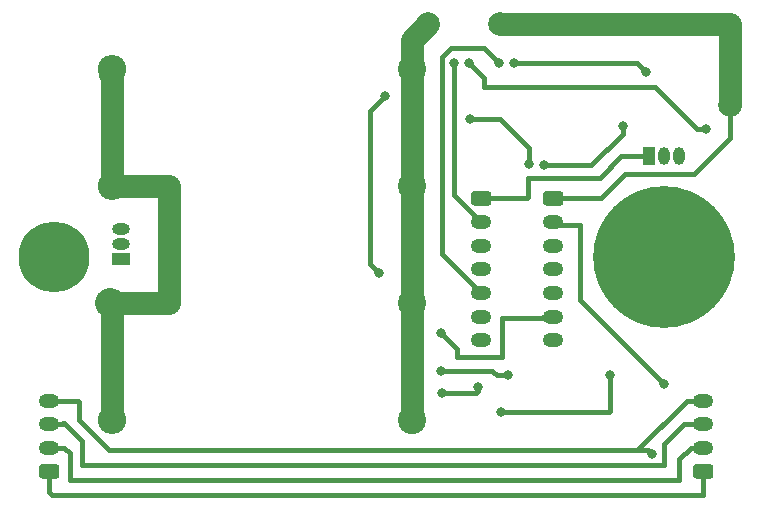
<source format=gbr>
%TF.GenerationSoftware,KiCad,Pcbnew,(5.1.9)-1*%
%TF.CreationDate,2021-03-01T17:33:47+01:00*%
%TF.ProjectId,mod_cell_0_02,6d6f645f-6365-46c6-9c5f-305f30322e6b,0.02*%
%TF.SameCoordinates,Original*%
%TF.FileFunction,Copper,L2,Bot*%
%TF.FilePolarity,Positive*%
%FSLAX46Y46*%
G04 Gerber Fmt 4.6, Leading zero omitted, Abs format (unit mm)*
G04 Created by KiCad (PCBNEW (5.1.9)-1) date 2021-03-01 17:33:47*
%MOMM*%
%LPD*%
G01*
G04 APERTURE LIST*
%TA.AperFunction,ComponentPad*%
%ADD10C,2.400000*%
%TD*%
%TA.AperFunction,ComponentPad*%
%ADD11O,2.400000X2.400000*%
%TD*%
%TA.AperFunction,ComponentPad*%
%ADD12C,0.800000*%
%TD*%
%TA.AperFunction,ComponentPad*%
%ADD13C,12.000000*%
%TD*%
%TA.AperFunction,ComponentPad*%
%ADD14C,6.000000*%
%TD*%
%TA.AperFunction,ComponentPad*%
%ADD15O,1.750000X1.200000*%
%TD*%
%TA.AperFunction,ComponentPad*%
%ADD16O,1.000000X1.500000*%
%TD*%
%TA.AperFunction,ComponentPad*%
%ADD17R,1.000000X1.500000*%
%TD*%
%TA.AperFunction,ComponentPad*%
%ADD18R,1.500000X1.000000*%
%TD*%
%TA.AperFunction,ComponentPad*%
%ADD19O,1.500000X1.000000*%
%TD*%
%TA.AperFunction,ViaPad*%
%ADD20C,0.800000*%
%TD*%
%TA.AperFunction,ViaPad*%
%ADD21C,2.000000*%
%TD*%
%TA.AperFunction,Conductor*%
%ADD22C,0.406400*%
%TD*%
%TA.AperFunction,Conductor*%
%ADD23C,1.905000*%
%TD*%
%TA.AperFunction,Conductor*%
%ADD24C,1.270000*%
%TD*%
%TA.AperFunction,Conductor*%
%ADD25C,2.540000*%
%TD*%
G04 APERTURE END LIST*
D10*
%TO.P,R12,1*%
%TO.N,Net-(Q2-Pad3)*%
X152146000Y-102100380D03*
D11*
%TO.P,R12,2*%
%TO.N,Net-(D3-Pad1)*%
X126746000Y-102100380D03*
%TD*%
D12*
%TO.P,J3,*%
%TO.N,*%
X176482000Y-95450000D03*
X170232000Y-95450000D03*
X170232000Y-100700000D03*
X177232000Y-94700000D03*
X169482000Y-101450000D03*
X169482000Y-94700000D03*
X177232000Y-101450000D03*
X176482000Y-100700000D03*
X169482000Y-98200000D03*
X173482000Y-93200000D03*
X173482000Y-94200000D03*
X173482000Y-103200000D03*
X173482000Y-102200000D03*
X178482000Y-98200000D03*
X177482000Y-98200000D03*
X168482000Y-98200000D03*
D13*
%TO.P,J3,1*%
%TO.N,+BATT*%
X173482000Y-98200000D03*
%TD*%
D14*
%TO.P,J6,1*%
%TO.N,-BATT*%
X121787920Y-98200000D03*
%TD*%
%TO.P,J5,1*%
%TO.N,vcc_tiny*%
%TA.AperFunction,ComponentPad*%
G36*
G01*
X157362999Y-92618000D02*
X158613001Y-92618000D01*
G75*
G02*
X158863000Y-92867999I0J-249999D01*
G01*
X158863000Y-93568001D01*
G75*
G02*
X158613001Y-93818000I-249999J0D01*
G01*
X157362999Y-93818000D01*
G75*
G02*
X157113000Y-93568001I0J249999D01*
G01*
X157113000Y-92867999D01*
G75*
G02*
X157362999Y-92618000I249999J0D01*
G01*
G37*
%TD.AperFunction*%
D15*
%TO.P,J5,2*%
%TO.N,sda_tiny*%
X157988000Y-95218000D03*
%TO.P,J5,3*%
%TO.N,scl_tiny*%
X157988000Y-97218000D03*
%TO.P,J5,4*%
%TO.N,spr_tiny*%
X157988000Y-99218000D03*
%TO.P,J5,5*%
%TO.N,rst_tiny*%
X157988000Y-101218000D03*
%TO.P,J5,6*%
%TO.N,msf_tiny*%
X157988000Y-103218000D03*
%TO.P,J5,7*%
%TO.N,gnd_tiny*%
X157988000Y-105218000D03*
%TD*%
%TO.P,J2,4*%
%TO.N,Net-(C1-Pad2)*%
X176784000Y-110332000D03*
%TO.P,J2,3*%
%TO.N,Net-(IC1-Pad6)*%
X176784000Y-112332000D03*
%TO.P,J2,2*%
%TO.N,Net-(IC1-Pad7)*%
X176784000Y-114332000D03*
%TO.P,J2,1*%
%TO.N,Net-(C1-Pad1)*%
%TA.AperFunction,ComponentPad*%
G36*
G01*
X177409001Y-116932000D02*
X176158999Y-116932000D01*
G75*
G02*
X175909000Y-116682001I0J249999D01*
G01*
X175909000Y-115981999D01*
G75*
G02*
X176158999Y-115732000I249999J0D01*
G01*
X177409001Y-115732000D01*
G75*
G02*
X177659000Y-115981999I0J-249999D01*
G01*
X177659000Y-116682001D01*
G75*
G02*
X177409001Y-116932000I-249999J0D01*
G01*
G37*
%TD.AperFunction*%
%TD*%
%TO.P,J1,4*%
%TO.N,Net-(C1-Pad2)*%
X121412000Y-110332000D03*
%TO.P,J1,3*%
%TO.N,Net-(IC1-Pad6)*%
X121412000Y-112332000D03*
%TO.P,J1,2*%
%TO.N,Net-(IC1-Pad7)*%
X121412000Y-114332000D03*
%TO.P,J1,1*%
%TO.N,Net-(C1-Pad1)*%
%TA.AperFunction,ComponentPad*%
G36*
G01*
X122037001Y-116932000D02*
X120786999Y-116932000D01*
G75*
G02*
X120537000Y-116682001I0J249999D01*
G01*
X120537000Y-115981999D01*
G75*
G02*
X120786999Y-115732000I249999J0D01*
G01*
X122037001Y-115732000D01*
G75*
G02*
X122287000Y-115981999I0J-249999D01*
G01*
X122287000Y-116682001D01*
G75*
G02*
X122037001Y-116932000I-249999J0D01*
G01*
G37*
%TD.AperFunction*%
%TD*%
%TO.P,J4,7*%
%TO.N,-BATT*%
X164084000Y-105218000D03*
%TO.P,J4,6*%
%TO.N,msf_cel*%
X164084000Y-103218000D03*
%TO.P,J4,5*%
%TO.N,Net-(J4-Pad5)*%
X164084000Y-101218000D03*
%TO.P,J4,4*%
%TO.N,Net-(J4-Pad4)*%
X164084000Y-99218000D03*
%TO.P,J4,3*%
%TO.N,scl_cel*%
X164084000Y-97218000D03*
%TO.P,J4,2*%
%TO.N,sda_cel*%
X164084000Y-95218000D03*
%TO.P,J4,1*%
%TO.N,Net-(C2-Pad1)*%
%TA.AperFunction,ComponentPad*%
G36*
G01*
X163458999Y-92618000D02*
X164709001Y-92618000D01*
G75*
G02*
X164959000Y-92867999I0J-249999D01*
G01*
X164959000Y-93568001D01*
G75*
G02*
X164709001Y-93818000I-249999J0D01*
G01*
X163458999Y-93818000D01*
G75*
G02*
X163209000Y-93568001I0J249999D01*
G01*
X163209000Y-92867999D01*
G75*
G02*
X163458999Y-92618000I249999J0D01*
G01*
G37*
%TD.AperFunction*%
%TD*%
D11*
%TO.P,R10,2*%
%TO.N,Net-(D3-Pad1)*%
X126746000Y-82296000D03*
D10*
%TO.P,R10,1*%
%TO.N,Net-(Q2-Pad3)*%
X152146000Y-82296000D03*
%TD*%
%TO.P,R11,1*%
%TO.N,Net-(Q2-Pad3)*%
X152146000Y-92202000D03*
D11*
%TO.P,R11,2*%
%TO.N,Net-(D3-Pad1)*%
X126746000Y-92202000D03*
%TD*%
%TO.P,R13,2*%
%TO.N,Net-(D3-Pad1)*%
X126746000Y-112014000D03*
D10*
%TO.P,R13,1*%
%TO.N,Net-(Q2-Pad3)*%
X152146000Y-112014000D03*
%TD*%
D16*
%TO.P,U1,2*%
%TO.N,Net-(U1-Pad2)*%
X173482000Y-89662000D03*
%TO.P,U1,3*%
%TO.N,gnd_tiny*%
X174752000Y-89662000D03*
D17*
%TO.P,U1,1*%
%TO.N,vcc_tiny*%
X172212000Y-89662000D03*
%TD*%
D18*
%TO.P,U2,1*%
%TO.N,vcc_tiny*%
X127490220Y-98346260D03*
D19*
%TO.P,U2,3*%
%TO.N,gnd_tiny*%
X127490220Y-95806260D03*
%TO.P,U2,2*%
%TO.N,Net-(U2-Pad2)*%
X127490220Y-97076260D03*
%TD*%
D20*
%TO.N,Net-(C1-Pad2)*%
X172425360Y-114838480D03*
D21*
%TO.N,Net-(C2-Pad1)*%
X179070000Y-85344000D03*
D20*
X168910000Y-108204000D03*
X159700000Y-111320000D03*
D21*
X159560000Y-78425000D03*
D20*
%TO.N,gnd_tiny*%
X163322000Y-90398600D03*
X169994000Y-87059080D03*
%TO.N,vcc_tiny*%
X157734000Y-109220000D03*
X154670000Y-109690000D03*
%TO.N,sda_cel*%
X173482000Y-108966000D03*
%TO.N,msf_cel*%
X154620000Y-104648000D03*
%TO.N,sda_tiny*%
X155702000Y-81788000D03*
%TO.N,rst_tiny*%
X159512000Y-81788000D03*
%TO.N,msf_tiny*%
X149860000Y-84582000D03*
X149352000Y-99568000D03*
%TO.N,Net-(R4-Pad1)*%
X171958000Y-82550000D03*
X160782000Y-81788000D03*
%TO.N,Net-(SW2-Pad2)*%
X156972000Y-81788000D03*
X177038000Y-87376000D03*
%TO.N,Net-(U2-Pad2)*%
X160274000Y-108204000D03*
X154610000Y-107820000D03*
D21*
%TO.N,Net-(Q2-Pad3)*%
X153510000Y-78470000D03*
D20*
%TO.N,Net-(R5-Pad2)*%
X162060000Y-90340000D03*
X157070000Y-86510000D03*
%TD*%
D22*
%TO.N,Net-(C1-Pad1)*%
X121412000Y-116332000D02*
X121412000Y-118110000D01*
X121412000Y-118110000D02*
X121666000Y-118364000D01*
X121666000Y-118364000D02*
X176784000Y-118364000D01*
X176784000Y-118364000D02*
X176784000Y-116332000D01*
%TO.N,Net-(C1-Pad2)*%
X121412000Y-110332000D02*
X123856000Y-110332000D01*
X123856000Y-110332000D02*
X123952000Y-110428000D01*
X123952000Y-110428000D02*
X123952000Y-112014000D01*
X123952000Y-112014000D02*
X126492000Y-114554000D01*
X176784000Y-110332000D02*
X175418000Y-110332000D01*
X171196000Y-114554000D02*
X126492000Y-114554000D01*
X175418000Y-110332000D02*
X171196000Y-114554000D01*
X172140880Y-114554000D02*
X172425360Y-114838480D01*
X171196000Y-114554000D02*
X172140880Y-114554000D01*
%TO.N,Net-(C2-Pad1)*%
X164084000Y-93218000D02*
X168148000Y-93218000D01*
X168148000Y-93218000D02*
X170180000Y-91186000D01*
X170180000Y-91186000D02*
X176022000Y-91186000D01*
X179070000Y-88138000D02*
X179070000Y-85344000D01*
X176022000Y-91186000D02*
X179070000Y-88138000D01*
X168850000Y-111300000D02*
X168910000Y-111240000D01*
X159700000Y-111320000D02*
X168850000Y-111300000D01*
X168910000Y-111240000D02*
X168910000Y-108204000D01*
D23*
X179070000Y-85344000D02*
X179070000Y-78457510D01*
X179070000Y-78457510D02*
X179037490Y-78425000D01*
X159592510Y-78457510D02*
X159560000Y-78425000D01*
X179070000Y-78457510D02*
X159592510Y-78457510D01*
D24*
%TO.N,-BATT*%
X120904000Y-98044000D02*
X121158000Y-98298000D01*
D23*
X120886220Y-97465940D02*
X121620280Y-98200000D01*
D22*
%TO.N,gnd_tiny*%
X163322000Y-90398600D02*
X167319960Y-90398600D01*
X169994000Y-87724560D02*
X169994000Y-87059080D01*
X167319960Y-90398600D02*
X169994000Y-87724560D01*
%TO.N,vcc_tiny*%
X169862500Y-89662000D02*
X172212000Y-89662000D01*
X161988500Y-91500960D02*
X168023540Y-91500960D01*
X161988500Y-93136720D02*
X161988500Y-91500960D01*
X161907220Y-93218000D02*
X161988500Y-93136720D01*
X168023540Y-91500960D02*
X169862500Y-89662000D01*
X157988000Y-93218000D02*
X161907220Y-93218000D01*
X157734000Y-109220000D02*
X157734000Y-109506000D01*
X157550000Y-109690000D02*
X154670000Y-109690000D01*
X157734000Y-109506000D02*
X157550000Y-109690000D01*
D25*
%TO.N,Net-(D3-Pad1)*%
X126591060Y-102041960D02*
X126532640Y-102100380D01*
D23*
X126746000Y-112014000D02*
X126746000Y-102100380D01*
X126746000Y-102100380D02*
X131564380Y-102100380D01*
X126746000Y-92202000D02*
X131572000Y-92202000D01*
X131572000Y-92202000D02*
X131572000Y-102092760D01*
X126746000Y-92202000D02*
X126746000Y-82296000D01*
D24*
X126238000Y-82804000D02*
X126746000Y-82296000D01*
D22*
%TO.N,sda_cel*%
X164370000Y-95504000D02*
X164084000Y-95218000D01*
X173482000Y-108966000D02*
X166370000Y-101854000D01*
X166370000Y-95504000D02*
X164370000Y-95504000D01*
X166370000Y-101854000D02*
X166370000Y-95504000D01*
%TO.N,Net-(IC1-Pad6)*%
X175958000Y-112332000D02*
X176784000Y-112332000D01*
X122492000Y-112332000D02*
X121412000Y-112332000D01*
X122556000Y-112268000D02*
X122492000Y-112332000D01*
X122682000Y-112268000D02*
X122556000Y-112268000D01*
X124206000Y-113792000D02*
X122682000Y-112268000D01*
X175196000Y-112332000D02*
X173482000Y-114046000D01*
X176784000Y-112332000D02*
X175196000Y-112332000D01*
X173482000Y-114046000D02*
X173482000Y-115824000D01*
X173482000Y-115824000D02*
X124206000Y-115824000D01*
X124206000Y-115824000D02*
X124206000Y-113792000D01*
%TO.N,Net-(IC1-Pad7)*%
X175736000Y-114332000D02*
X176784000Y-114332000D01*
X174752000Y-115316000D02*
X175736000Y-114332000D01*
X122714000Y-114332000D02*
X123190000Y-114808000D01*
X123190000Y-114808000D02*
X123190000Y-117094000D01*
X121412000Y-114332000D02*
X122714000Y-114332000D01*
X123190000Y-117094000D02*
X174752000Y-117094000D01*
X174752000Y-117094000D02*
X174752000Y-115316000D01*
%TO.N,msf_cel*%
X163228000Y-103218000D02*
X164084000Y-103218000D01*
X163924000Y-103378000D02*
X164084000Y-103218000D01*
X159766000Y-106680000D02*
X159766000Y-103378000D01*
X159766000Y-103378000D02*
X163924000Y-103378000D01*
X155956000Y-106680000D02*
X159766000Y-106680000D01*
X155956000Y-105984000D02*
X154620000Y-104648000D01*
X155956000Y-106680000D02*
X155956000Y-105984000D01*
%TO.N,sda_tiny*%
X155702000Y-92932000D02*
X157988000Y-95218000D01*
X155702000Y-81788000D02*
X155702000Y-92932000D01*
%TO.N,rst_tiny*%
X154686000Y-97916000D02*
X157988000Y-101218000D01*
X155448000Y-80518000D02*
X154686000Y-81280000D01*
X154686000Y-81280000D02*
X154686000Y-97916000D01*
X159512000Y-81788000D02*
X158242000Y-80518000D01*
X158242000Y-80518000D02*
X155448000Y-80518000D01*
%TO.N,msf_tiny*%
X149860000Y-84582000D02*
X148590000Y-85852000D01*
X148590000Y-98806000D02*
X149352000Y-99568000D01*
X148590000Y-85852000D02*
X148590000Y-98806000D01*
%TO.N,Net-(R4-Pad1)*%
X171196000Y-81788000D02*
X171958000Y-82550000D01*
X160782000Y-81788000D02*
X171196000Y-81788000D01*
%TO.N,Net-(SW2-Pad2)*%
X177038000Y-87376000D02*
X176276000Y-87376000D01*
X176276000Y-87376000D02*
X172720000Y-83820000D01*
X172720000Y-83820000D02*
X158242000Y-83820000D01*
X158242000Y-83058000D02*
X156972000Y-81788000D01*
X158242000Y-83820000D02*
X158242000Y-83058000D01*
%TO.N,Net-(U2-Pad2)*%
X160274000Y-108204000D02*
X159294000Y-108204000D01*
X158910000Y-107820000D02*
X154610000Y-107820000D01*
X159294000Y-108204000D02*
X158910000Y-107820000D01*
D25*
%TO.N,+BATT*%
X173482000Y-98298000D02*
X173482000Y-98044000D01*
D23*
%TO.N,Net-(Q2-Pad3)*%
X152146000Y-82296000D02*
X152146000Y-112014000D01*
X152146000Y-79834000D02*
X153510000Y-78470000D01*
X152146000Y-82296000D02*
X152146000Y-79834000D01*
D22*
%TO.N,Net-(R5-Pad2)*%
X162060000Y-90340000D02*
X162060000Y-88950000D01*
X159620000Y-86510000D02*
X157070000Y-86510000D01*
X162060000Y-88950000D02*
X159620000Y-86510000D01*
%TD*%
M02*

</source>
